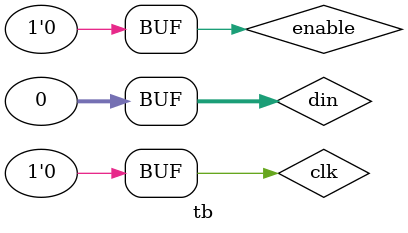
<source format=v>
`timescale 1ns / 1ps


module tb;

	// Inputs
	reg clk;
	reg enable;
	reg [31:0] din;

	// Outputs
	wire [31:0] dout;

	// Instantiate the Unit Under Test (UUT)
	dfio uut (
		.clk(clk), 
		.enable(enable), 
		.din(din), 
		.dout(dout)
	);

	initial begin
		// Initialize Inputs
		clk = 0;
		enable = 0;
		din = 0;

		// Wait 100 ns for global reset to finish
		#100;
        
		// Add stimulus here

	end
      
endmodule


</source>
